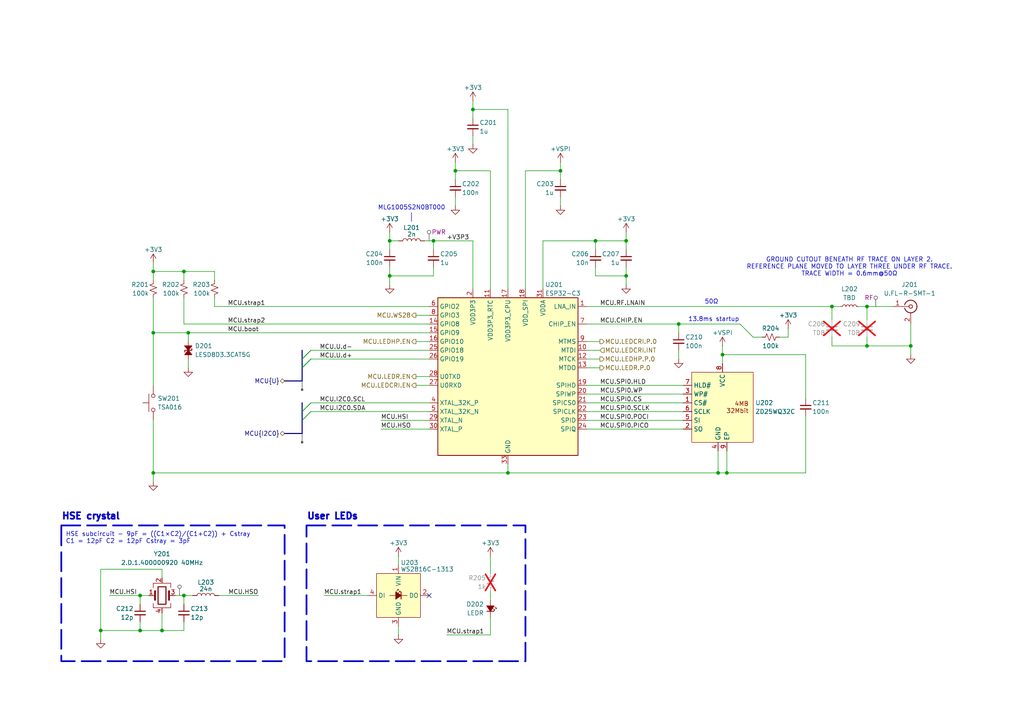
<source format=kicad_sch>
(kicad_sch (version 20250114) (generator "eeschema") (generator_version "9.0")
  (paper "A4")
  (title_block (title "Growlight controller, MCU") (rev "0.1") (comment 1 "RC circuit on EN pin to delay startup") (comment 2 "RF line matched to 50Ω"))
  (lib_symbols
    (symbol "Connector:Conn_Coaxial" (pin_names (offset 1.016) (hide yes))
      (property "Reference" "J" (at 0.254 3.048 0))
      (property "Value" "Conn_Coaxial" (at 2.921 0 90))
      (symbol "Conn_Coaxial_0_1"
        (polyline (pts (xy -2.54 0) (xy -0.508 0)))
        (arc (start 1.778 0) (mid 0.222 -1.8079) (end -1.778 -0.508) (stroke (width 0.254)))
        (arc (start -1.778 0.508) (mid 0.2221 1.8084) (end 1.778 0) (stroke (width 0.254)))
        (circle (center 0 0) (radius 0.508) (stroke (width 0.2032)))
        (polyline (pts (xy 0 -2.54) (xy 0 -1.778)))
      )
      (symbol "Conn_Coaxial_1_1"
        (pin passive line (at -5.08 0 0) (length 2.54) (name "In") (number "1"))
        (pin passive line (at 0 -5.08 90) (length 2.54) (name "Ext") (number "2"))
      )
    )
    (symbol "Device:C_Small" (pin_numbers (hide yes)) (pin_names (offset 0.254) (hide yes))
      (property "Reference" "C" (at 0.254 1.778 0))
      (property "Value" "C_Small" (at 0.254 -2.032 0))
      (symbol "C_Small_0_1"
        (polyline (pts (xy -1.524 0.508) (xy 1.524 0.508)) (stroke (width 0.3048)))
        (polyline (pts (xy -1.524 -0.508) (xy 1.524 -0.508)) (stroke (width 0.3302)))
      )
      (symbol "C_Small_1_1"
        (pin passive line (at 0 2.54 270) (length 2.032) (name "~") (number "1"))
        (pin passive line (at 0 -2.54 90) (length 2.032) (name "~") (number "2"))
      )
    )
    (symbol "Device:Crystal_GND24" (pin_names (offset 1.016) (hide yes))
      (property "Reference" "Y" (at 3.175 5.08 0))
      (property "Value" "Crystal_GND24" (at 3.175 3.175 0))
      (symbol "Crystal_GND24_0_1"
        (polyline (pts (xy -2.54 2.286) (xy -2.54 3.556) (xy 2.54 3.556) (xy 2.54 2.286)))
        (polyline (pts (xy -2.54 0) (xy -2.032 0)))
        (polyline (pts (xy -2.54 -2.286) (xy -2.54 -3.556) (xy 2.54 -3.556) (xy 2.54 -2.286)))
        (polyline (pts (xy -2.032 -1.27) (xy -2.032 1.27)) (stroke (width 0.508)))
        (rectangle (start -1.143 2.54) (end 1.143 -2.54) (stroke (width 0.3048)))
        (polyline (pts (xy 0 3.556) (xy 0 3.81)))
        (polyline (pts (xy 0 -3.81) (xy 0 -3.556)))
        (polyline (pts (xy 2.032 0) (xy 2.54 0)))
        (polyline (pts (xy 2.032 -1.27) (xy 2.032 1.27)) (stroke (width 0.508)))
      )
      (symbol "Crystal_GND24_1_1"
        (pin passive line (at -3.81 0 0) (length 1.27) (name "1") (number "1"))
        (pin passive line (at 0 5.08 270) (length 1.27) (name "2") (number "2"))
        (pin passive line (at 0 -5.08 90) (length 1.27) (name "4") (number "4"))
        (pin passive line (at 3.81 0 180) (length 1.27) (name "3") (number "3"))
      )
    )
    (symbol "Device:L" (pin_numbers (hide yes)) (pin_names (offset 1.016) (hide yes))
      (property "Reference" "L" (at -1.27 0 90))
      (property "Value" "L" (at 1.905 0 90))
      (symbol "L_0_1"
        (arc (start 0 2.54) (mid 0.6323 1.905) (end 0 1.27))
        (arc (start 0 1.27) (mid 0.6323 0.635) (end 0 0))
        (arc (start 0 0) (mid 0.6323 -0.635) (end 0 -1.27))
        (arc (start 0 -1.27) (mid 0.6323 -1.905) (end 0 -2.54))
      )
      (symbol "L_1_1"
        (pin passive line (at 0 3.81 270) (length 1.27) (name "1") (number "1"))
        (pin passive line (at 0 -3.81 90) (length 1.27) (name "2") (number "2"))
      )
    )
    (symbol "Device:L_Small" (pin_numbers (hide yes)) (pin_names (offset 0.254) (hide yes))
      (property "Reference" "L" (at 0.762 1.016 0))
      (property "Value" "L_Small" (at 0.762 -1.016 0))
      (symbol "L_Small_0_1"
        (arc (start 0 2.032) (mid 0.5058 1.524) (end 0 1.016))
        (arc (start 0 1.016) (mid 0.5058 0.508) (end 0 0))
        (arc (start 0 0) (mid 0.5058 -0.508) (end 0 -1.016))
        (arc (start 0 -1.016) (mid 0.5058 -1.524) (end 0 -2.032))
      )
      (symbol "L_Small_1_1"
        (pin passive line (at 0 2.54 270) (length 0.508) (name "~") (number "1"))
        (pin passive line (at 0 -2.54 90) (length 0.508) (name "~") (number "2"))
      )
    )
    (symbol "Device:R_Small_US" (pin_numbers (hide yes)) (pin_names (offset 0.254) (hide yes))
      (property "Reference" "R" (at 0.762 0.508 0))
      (property "Value" "R_Small_US" (at 0.762 -1.016 0))
      (symbol "R_Small_US_1_1"
        (polyline (pts (xy 0 1.524) (xy 1.016 1.143) (xy 0 0.762) (xy -1.016 0.381) (xy 0 0)))
        (polyline (pts (xy 0 0) (xy 1.016 -0.381) (xy 0 -0.762) (xy -1.016 -1.143) (xy 0 -1.524)))
        (pin passive line (at 0 2.54 270) (length 1.016) (name "~") (number "1"))
        (pin passive line (at 0 -2.54 90) (length 1.016) (name "~") (number "2"))
      )
    )
    (symbol "MCU_Espressif:ESP32-C3"
      (property "Reference" "U" (at -17.272 23.876 0))
      (property "Value" "ESP32-C3" (at 16.256 23.876 0))
      (symbol "ESP32-C3_1_1"
        (rectangle (start -20.32 22.86) (end 20.32 -22.86) (stroke (width 0.254)) (fill (type background)))
        (pin bidirectional line (at -22.86 20.32 0) (length 2.54) (name "GPIO2") (number "6"))
        (pin bidirectional line (at -22.86 17.78 0) (length 2.54) (name "GPIO3") (number "8"))
        (pin bidirectional line (at -22.86 15.24 0) (length 2.54) (name "GPIO8") (number "14"))
        (pin bidirectional line (at -22.86 12.7 0) (length 2.54) (name "GPIO9") (number "15"))
        (pin bidirectional line (at -22.86 10.16 0) (length 2.54) (name "GPIO10") (number "16"))
        (pin bidirectional line (at -22.86 7.62 0) (length 2.54) (name "GPIO18") (number "25"))
        (pin bidirectional line (at -22.86 5.08 0) (length 2.54) (name "GPIO19") (number "26"))
        (pin bidirectional line (at -22.86 0 0) (length 2.54) (name "U0TXD") (number "28"))
        (pin bidirectional line (at -22.86 -2.54 0) (length 2.54) (name "U0RXD") (number "27"))
        (pin bidirectional line (at -22.86 -7.62 0) (length 2.54) (name "XTAL_32K_P") (number "4"))
        (pin bidirectional line (at -22.86 -10.16 0) (length 2.54) (name "XTAL_32K_N") (number "5"))
        (pin bidirectional line (at -22.86 -12.7 0) (length 2.54) (name "XTAL_N") (number "29"))
        (pin bidirectional line (at -22.86 -15.24 0) (length 2.54) (name "XTAL_P") (number "30"))
        (pin power_in line (at -10.16 25.4 270) (length 2.54) (name "VDD3P3") (number "2"))
        (pin passive line (at -10.16 25.4 270) (length 2.54) (hide yes) (name "VDD3P3") (number "3"))
        (pin power_in line (at -5.08 25.4 270) (length 2.54) (name "VDD3P3_RTC") (number "11"))
        (pin power_in line (at 0 25.4 270) (length 2.54) (name "VDD3P3_CPU") (number "17"))
        (pin power_in line (at 0 -25.4 90) (length 2.54) (name "GND") (number "33"))
        (pin power_out line (at 5.08 25.4 270) (length 2.54) (name "VDD_SPI") (number "18"))
        (pin power_in line (at 10.16 25.4 270) (length 2.54) (name "VDDA") (number "31"))
        (pin passive line (at 10.16 25.4 270) (length 2.54) (hide yes) (name "VDDA") (number "32"))
        (pin bidirectional line (at 22.86 20.32 180) (length 2.54) (name "LNA_IN") (number "1"))
        (pin bidirectional line (at 22.86 15.24 180) (length 2.54) (name "CHIP_EN") (number "7"))
        (pin bidirectional line (at 22.86 10.16 180) (length 2.54) (name "MTMS") (number "9"))
        (pin bidirectional line (at 22.86 7.62 180) (length 2.54) (name "MTDI") (number "10"))
        (pin bidirectional line (at 22.86 5.08 180) (length 2.54) (name "MTCK") (number "12"))
        (pin bidirectional line (at 22.86 2.54 180) (length 2.54) (name "MTDO") (number "13"))
        (pin bidirectional line (at 22.86 -2.54 180) (length 2.54) (name "SPIHD") (number "19"))
        (pin bidirectional line (at 22.86 -5.08 180) (length 2.54) (name "SPIWP") (number "20"))
        (pin bidirectional line (at 22.86 -7.62 180) (length 2.54) (name "SPICS0") (number "21"))
        (pin bidirectional line (at 22.86 -10.16 180) (length 2.54) (name "SPICLK") (number "22"))
        (pin bidirectional line (at 22.86 -12.7 180) (length 2.54) (name "SPID") (number "23"))
        (pin bidirectional line (at 22.86 -15.24 180) (length 2.54) (name "SPIQ") (number "24"))
      )
    )
    (symbol "NOR Flash:ZD25Q32C 4MB"
      (property "Reference" "U" (at 0.635 13.335 0))
      (property "Value" "ZD25Q32C" (at 0.635 11.43 0))
      (symbol "ZD25Q32C 4MB_0_0"
        (pin input line (at -11.43 1.27 0) (length 2.54) (name "CS#") (number "1"))
        (pin input line (at -11.43 -1.27 0) (length 2.54) (name "SCLK") (number "6"))
        (pin power_in line (at -1.27 -12.7 90) (length 2.54) (name "GND") (number "4"))
        (pin power_in line (at 0 12.7 270) (length 2.54) (name "VCC") (number "8"))
      )
      (symbol "ZD25Q32C 4MB_1_0"
        (pin input line (at -11.43 6.35 0) (length 2.54) (name "HLD#") (number "7"))
        (pin input line (at -11.43 3.81 0) (length 2.54) (name "WP#") (number "3"))
        (pin input line (at -11.43 -3.81 0) (length 2.54) (name "SI") (number "5"))
        (pin output line (at -11.43 -6.35 0) (length 2.54) (name "SO") (number "2"))
        (pin power_in line (at 1.27 -12.7 90) (length 2.54) (name "EP") (number "9"))
      )
      (symbol "ZD25Q32C 4MB_1_1"
        (rectangle (start -8.89 10.16) (end 8.89 -10.16) (fill (type background)))
        (text "4MB\n32Mbit" (at 7.62 0 0) (effects (font (size 1.27 1.27)) (justify right)))
      )
    )
    (symbol "SMD LED:NCD0402R1" (pin_numbers (hide yes)) (pin_names (hide yes))
      (property "Reference" "D" (at 0 5.08 0))
      (property "Value" "LEDR" (at 0 3.175 0))
      (symbol "NCD0402R1_0_1"
        (polyline (pts (xy -0.762 -1.016) (xy -0.762 1.016)) (stroke (width 0.254)))
        (polyline (pts (xy 0 0.762) (xy -0.508 1.27) (xy -0.254 1.27) (xy -0.508 1.27) (xy -0.508 1.016)))
        (polyline (pts (xy 0.508 1.27) (xy 0 1.778) (xy 0.254 1.778) (xy 0 1.778) (xy 0 1.524)))
        (polyline (pts (xy 0.762 -1.016) (xy -0.762 0) (xy 0.762 1.016) (xy 0.762 -1.016)) (stroke (width 0.254)) (fill (type outline)))
        (polyline (pts (xy 1.016 0) (xy -0.762 0)))
      )
      (symbol "NCD0402R1_1_1"
        (pin passive line (at -2.54 0 0) (length 1.778) (name "K") (number "1"))
        (pin passive line (at 2.54 0 180) (length 1.778) (name "A") (number "2"))
      )
    )
    (symbol "Switch:SW_Push" (pin_numbers (hide yes)) (pin_names (offset 1.016) (hide yes))
      (property "Reference" "SW" (at 1.27 2.54 0))
      (property "Value" "SW_Push" (at 0 -1.524 0))
      (symbol "SW_Push_0_1"
        (circle (center -2.032 0) (radius 0.508))
        (polyline (pts (xy 0 1.27) (xy 0 3.048)))
        (circle (center 2.032 0) (radius 0.508))
        (polyline (pts (xy 2.54 1.27) (xy -2.54 1.27)))
        (pin passive line (at -5.08 0 0) (length 2.54) (name "1") (number "1"))
        (pin passive line (at 5.08 0 180) (length 2.54) (name "2") (number "2"))
      )
    )
    (symbol "TVS diodes bidirectional:LESD8D3.3CAT5G" (pin_numbers (hide yes)) (pin_names (hide yes))
      (property "Reference" "D" (at 0 5.08 0))
      (property "Value" "LESD8D3.3CAT5G" (at 0 2.54 0))
      (symbol "LESD8D3.3CAT5G_0_1"
        (polyline (pts (xy -1.27 0) (xy 1.27 0)))
        (polyline (pts (xy 0.508 1.016) (xy 0 1.016) (xy 0 -1.016) (xy -0.508 -1.016)) (stroke (width 0.254)))
      )
      (symbol "LESD8D3.3CAT5G_1_1"
        (polyline (pts (xy -1.27 1.016) (xy -1.27 -1.016) (xy 0 0) (xy -1.27 1.016)) (stroke (width 0.254)) (fill (type outline)))
        (polyline (pts (xy 0 0) (xy 1.27 1.016) (xy 1.27 -1.016) (xy 0 0)) (stroke (width 0.254)) (fill (type outline)))
        (pin passive line (at -2.54 0 0) (length 1.27) (name "A1") (number "1"))
        (pin passive line (at 2.54 0 180) (length 1.27) (name "A2") (number "2"))
      )
    )
    (symbol "WS2816C:WS2816C-1313 4P"
      (property "Reference" "U" (at 0.635 9.525 0))
      (property "Value" "WS2816C-1313" (at 0.635 7.62 0))
      (symbol "WS2816C-1313 4P_0_1"
        (polyline (pts (xy -0.762 -1.016) (xy 0.762 0) (xy -0.762 1.016) (xy -0.762 -1.016)) (stroke (width 0.254)) (fill (type outline)))
        (polyline (pts (xy -0.508 1.27) (xy 0 1.778) (xy -0.254 1.778) (xy 0 1.778) (xy 0 1.524)))
        (polyline (pts (xy 0 0.762) (xy 0.508 1.27) (xy 0.254 1.27) (xy 0.508 1.27) (xy 0.508 1.016)))
        (polyline (pts (xy 0.762 -1.016) (xy 0.762 1.016)) (stroke (width 0.254)))
        (polyline (pts (xy 2.54 0) (xy -2.54 0)))
      )
      (symbol "WS2816C-1313 4P_1_0"
        (pin input line (at -8.89 0 0) (length 2.54) (name "DI") (number "4"))
        (pin power_in line (at 0 8.89 270) (length 2.54) (name "VIN") (number "1"))
        (pin power_in line (at 0 -8.89 90) (length 2.54) (name "GND") (number "3"))
        (pin output line (at 8.89 0 180) (length 2.54) (name "DO") (number "2"))
      )
      (symbol "WS2816C-1313 4P_1_1"
        (rectangle (start -6.35 6.35) (end 6.35 -6.35) (fill (type background)))
      )
    )
    (symbol "power:+12V" (power) (pin_numbers (hide yes)) (pin_names (offset 0) (hide yes))
      (property "Value" "+12V" (at 0 3.556 0))
      (symbol "+12V_0_1"
        (polyline (pts (xy -0.762 1.27) (xy 0 2.54)))
        (polyline (pts (xy 0 2.54) (xy 0.762 1.27)))
        (polyline (pts (xy 0 0) (xy 0 2.54)))
      )
      (symbol "+12V_1_1"
        (pin power_in line (at 0 0 90) (length 0) (name "~") (number "1"))
      )
    )
    (symbol "power:+3V3" (power) (pin_numbers (hide yes)) (pin_names (offset 0) (hide yes))
      (property "Value" "+3V3" (at 0 3.556 0))
      (symbol "+3V3_0_1"
        (polyline (pts (xy -0.762 1.27) (xy 0 2.54)))
        (polyline (pts (xy 0 2.54) (xy 0.762 1.27)))
        (polyline (pts (xy 0 0) (xy 0 2.54)))
      )
      (symbol "+3V3_1_1"
        (pin power_in line (at 0 0 90) (length 0) (name "~") (number "1"))
      )
    )
    (symbol "power:GND" (power) (pin_numbers (hide yes)) (pin_names (offset 0) (hide yes))
      (property "Value" "GND" (at 0 -3.81 0))
      (symbol "GND_0_1"
        (polyline (pts (xy 0 0) (xy 0 -1.27) (xy 1.27 -1.27) (xy 0 -2.54) (xy -1.27 -1.27) (xy 0 -1.27)))
      )
      (symbol "GND_1_1"
        (pin power_in line (at 0 0 270) (length 0) (name "~") (number "1"))
      )
    )
  )
  (rectangle (start 17.78 152.4) (end 82.55 191.77) (stroke (width 0.5) (type dash)))
  (rectangle (start 88.9 152.4) (end 152.4 191.77) (stroke (width 0.5) (type dash)))
  (text "50Ω" (at 206.375 87.63 0) (effects (font (size 1.27 1.27))))
  (text "HSE subcircuit - 9pF = ((C1×C2)/(C1+C2)) + Cstray\nC1 = 12pF C2 = 12pF Cstray = 3pF" (at 19.05 154.305 0) (effects (font (size 1.27 1.27)) (justify left top)))
  (text "MLG1005S2N0BT000" (at 119.38 60.325 0) (effects (font (size 1.27 1.27))))
  (text "User LEDs" (at 88.9 149.86 0) (effects (font (size 1.905 1.905) (thickness 0.508) (bold yes)) (justify left)))
  (text "13.8ms startup" (at 207.01 92.71 0) (effects (font (size 1.27 1.27))))
  (text "GROUND CUTOUT BENEATH RF TRACE ON LAYER 2.\nREFERENCE PLANE MOVED TO LAYER THREE UNDER RF TRACE.\nTRACE WIDTH = 0.6mm@50Ω" (at 246.38 77.47 0) (effects (font (size 1.27 1.27))))
  (text "HSE crystal" (at 17.78 149.86 0) (effects (font (size 1.905 1.905) (thickness 0.508) (bold yes)) (justify left)))
  (junction (at 210.82 137.16))
  (junction (at 113.03 69.85))
  (junction (at 181.61 80.01))
  (junction (at 29.21 182.88))
  (junction (at 44.45 78.74))
  (junction (at 125.73 69.85))
  (junction (at 241.3 88.9))
  (junction (at 162.56 49.53))
  (junction (at 113.03 80.01))
  (junction (at 54.61 96.52))
  (junction (at 44.45 137.16))
  (junction (at 181.61 69.85))
  (junction (at 46.99 182.88))
  (junction (at 53.34 78.74))
  (junction (at 196.85 93.98))
  (junction (at 147.32 137.16))
  (junction (at 137.16 31.75))
  (junction (at 264.16 100.33))
  (junction (at 208.28 137.16))
  (junction (at 44.45 96.52))
  (junction (at 40.64 182.88))
  (junction (at 251.46 88.9))
  (junction (at 53.34 172.72))
  (junction (at 40.64 172.72))
  (junction (at 172.72 69.85))
  (junction (at 132.08 49.53))
  (junction (at 209.55 102.87))
  (junction (at 251.46 100.33))
  (no_connect (at 124.46 172.72))
  (bus_entry (at 87.63 106.68) (size 2.54 -2.54))
  (bus_entry (at 87.63 121.92) (size 2.54 -2.54))
  (bus_entry (at 87.63 104.14) (size 2.54 -2.54))
  (bus_entry (at 87.63 106.68) (size 2.54 -2.54))
  (bus_entry (at 87.63 106.68) (size 2.54 -2.54))
  (bus_entry (at 87.63 121.92) (size 2.54 -2.54))
  (bus_entry (at 87.63 104.14) (size 2.54 -2.54))
  (bus_entry (at 87.63 104.14) (size 2.54 -2.54))
  (bus_entry (at 87.63 119.38) (size 2.54 -2.54))
  (bus_entry (at 87.63 119.38) (size 2.54 -2.54))
  (wire (pts (xy 44.45 78.74) (xy 53.34 78.74)))
  (wire (pts (xy 251.46 88.9) (xy 259.08 88.9)))
  (wire (pts (xy 170.18 121.92) (xy 198.12 121.92)))
  (wire (pts (xy 170.18 114.3) (xy 198.12 114.3)))
  (wire (pts (xy 172.72 69.85) (xy 181.61 69.85)))
  (wire (pts (xy 248.92 88.9) (xy 251.46 88.9)))
  (wire (pts (xy 53.34 78.74) (xy 62.23 78.74)))
  (wire (pts (xy 147.32 137.16) (xy 208.28 137.16)))
  (wire (pts (xy 142.24 171.45) (xy 142.24 173.99)))
  (wire (pts (xy 251.46 88.9) (xy 251.46 92.71)))
  (wire (pts (xy 44.45 81.28) (xy 44.45 78.74)))
  (wire (pts (xy 226.06 97.79) (xy 228.6 97.79)))
  (wire (pts (xy 113.03 69.85) (xy 115.57 69.85)))
  (wire (pts (xy 142.24 49.53) (xy 142.24 83.82)))
  (wire (pts (xy 137.16 69.85) (xy 137.16 83.82)))
  (wire (pts (xy 142.24 161.29) (xy 142.24 166.37)))
  (wire (pts (xy 54.61 96.52) (xy 54.61 99.06)))
  (wire (pts (xy 233.68 115.57) (xy 233.68 102.87)))
  (wire (pts (xy 44.45 137.16) (xy 44.45 139.7)))
  (wire (pts (xy 172.72 77.47) (xy 172.72 80.01)))
  (wire (pts (xy 63.5 172.72) (xy 74.93 172.72)))
  (wire (pts (xy 209.55 100.33) (xy 209.55 102.87)))
  (wire (pts (xy 137.16 39.37) (xy 137.16 41.91)))
  (wire (pts (xy 54.61 96.52) (xy 124.46 96.52)))
  (wire (pts (xy 264.16 93.98) (xy 264.16 100.33)))
  (wire (pts (xy 40.64 182.88) (xy 46.99 182.88)))
  (wire (pts (xy 142.24 49.53) (xy 132.08 49.53)))
  (bus (pts (xy 87.63 110.49) (xy 87.63 106.68)))
  (wire (pts (xy 181.61 67.31) (xy 181.61 69.85)))
  (wire (pts (xy 44.45 86.36) (xy 44.45 96.52)))
  (wire (pts (xy 137.16 29.21) (xy 137.16 31.75)))
  (wire (pts (xy 170.18 101.6) (xy 173.99 101.6)))
  (wire (pts (xy 90.17 116.84) (xy 124.46 116.84)))
  (wire (pts (xy 251.46 100.33) (xy 264.16 100.33)))
  (wire (pts (xy 181.61 80.01) (xy 181.61 82.55)))
  (wire (pts (xy 62.23 88.9) (xy 62.23 86.36)))
  (wire (pts (xy 210.82 137.16) (xy 233.68 137.16)))
  (wire (pts (xy 44.45 96.52) (xy 54.61 96.52)))
  (wire (pts (xy 132.08 46.99) (xy 132.08 49.53)))
  (wire (pts (xy 125.73 69.85) (xy 125.73 72.39)))
  (bus (pts (xy 82.55 110.49) (xy 87.63 110.49)))
  (wire (pts (xy 40.64 180.34) (xy 40.64 182.88)))
  (wire (pts (xy 233.68 120.65) (xy 233.68 137.16)))
  (wire (pts (xy 40.64 172.72) (xy 43.18 172.72)))
  (wire (pts (xy 181.61 77.47) (xy 181.61 80.01)))
  (bus (pts (xy 82.55 125.73) (xy 87.63 125.73)))
  (wire (pts (xy 162.56 52.07) (xy 162.56 49.53)))
  (wire (pts (xy 132.08 49.53) (xy 132.08 52.07)))
  (wire (pts (xy 62.23 88.9) (xy 124.46 88.9)))
  (wire (pts (xy 170.18 104.14) (xy 173.99 104.14)))
  (wire (pts (xy 120.65 111.76) (xy 124.46 111.76)))
  (wire (pts (xy 157.48 69.85) (xy 172.72 69.85)))
  (wire (pts (xy 123.19 69.85) (xy 125.73 69.85)))
  (wire (pts (xy 44.45 76.2) (xy 44.45 78.74)))
  (wire (pts (xy 241.3 97.79) (xy 241.3 100.33)))
  (wire (pts (xy 162.56 46.99) (xy 162.56 49.53)))
  (bus (pts (xy 87.63 104.14) (xy 87.63 106.68)))
  (wire (pts (xy 113.03 67.31) (xy 113.03 69.85)))
  (wire (pts (xy 170.18 88.9) (xy 241.3 88.9)))
  (wire (pts (xy 53.34 180.34) (xy 53.34 182.88)))
  (wire (pts (xy 53.34 172.72) (xy 53.34 175.26)))
  (wire (pts (xy 218.44 97.79) (xy 220.98 97.79)))
  (wire (pts (xy 157.48 69.85) (xy 157.48 83.82)))
  (wire (pts (xy 113.03 80.01) (xy 125.73 80.01)))
  (wire (pts (xy 125.73 77.47) (xy 125.73 80.01)))
  (wire (pts (xy 44.45 137.16) (xy 147.32 137.16)))
  (wire (pts (xy 147.32 134.62) (xy 147.32 137.16)))
  (bus (pts (xy 87.63 125.73) (xy 87.63 121.92)))
  (wire (pts (xy 115.57 181.61) (xy 115.57 184.15)))
  (bus (pts (xy 87.63 119.38) (xy 87.63 121.92)))
  (wire (pts (xy 113.03 82.55) (xy 113.03 80.01)))
  (wire (pts (xy 90.17 119.38) (xy 124.46 119.38)))
  (wire (pts (xy 172.72 80.01) (xy 181.61 80.01)))
  (wire (pts (xy 129.54 184.15) (xy 142.24 184.15)))
  (wire (pts (xy 147.32 31.75) (xy 147.32 83.82)))
  (wire (pts (xy 53.34 172.72) (xy 55.88 172.72)))
  (wire (pts (xy 241.3 100.33) (xy 251.46 100.33)))
  (wire (pts (xy 53.34 78.74) (xy 53.34 81.28)))
  (wire (pts (xy 54.61 104.14) (xy 54.61 106.68)))
  (wire (pts (xy 170.18 116.84) (xy 198.12 116.84)))
  (wire (pts (xy 31.75 172.72) (xy 40.64 172.72)))
  (wire (pts (xy 29.21 165.1) (xy 46.99 165.1)))
  (wire (pts (xy 214.63 93.98) (xy 218.44 97.79)))
  (wire (pts (xy 53.34 93.98) (xy 124.46 93.98)))
  (wire (pts (xy 53.34 86.36) (xy 53.34 93.98)))
  (wire (pts (xy 170.18 106.68) (xy 173.99 106.68)))
  (bus (pts (xy 87.63 116.84) (xy 87.63 119.38)))
  (wire (pts (xy 120.65 91.44) (xy 124.46 91.44)))
  (wire (pts (xy 46.99 165.1) (xy 46.99 167.64)))
  (wire (pts (xy 196.85 101.6) (xy 196.85 104.14)))
  (wire (pts (xy 170.18 93.98) (xy 196.85 93.98)))
  (wire (pts (xy 125.73 69.85) (xy 137.16 69.85)))
  (wire (pts (xy 90.17 104.14) (xy 124.46 104.14)))
  (wire (pts (xy 44.45 121.92) (xy 44.45 137.16)))
  (wire (pts (xy 241.3 88.9) (xy 241.3 92.71)))
  (wire (pts (xy 210.82 137.16) (xy 208.28 137.16)))
  (wire (pts (xy 120.65 99.06) (xy 124.46 99.06)))
  (wire (pts (xy 137.16 34.29) (xy 137.16 31.75)))
  (wire (pts (xy 251.46 97.79) (xy 251.46 100.33)))
  (wire (pts (xy 110.49 121.92) (xy 124.46 121.92)))
  (wire (pts (xy 152.4 49.53) (xy 152.4 83.82)))
  (wire (pts (xy 29.21 165.1) (xy 29.21 182.88)))
  (wire (pts (xy 196.85 93.98) (xy 214.63 93.98)))
  (wire (pts (xy 162.56 49.53) (xy 152.4 49.53)))
  (wire (pts (xy 210.82 130.81) (xy 210.82 137.16)))
  (wire (pts (xy 44.45 96.52) (xy 44.45 111.76)))
  (wire (pts (xy 113.03 77.47) (xy 113.03 80.01)))
  (wire (pts (xy 233.68 102.87) (xy 209.55 102.87)))
  (wire (pts (xy 170.18 124.46) (xy 198.12 124.46)))
  (wire (pts (xy 120.65 109.22) (xy 124.46 109.22)))
  (wire (pts (xy 29.21 182.88) (xy 29.21 185.42)))
  (polyline (pts (xy 119.3449 61.6706) (xy 119.3449 64.2106)))
  (wire (pts (xy 172.72 69.85) (xy 172.72 72.39)))
  (wire (pts (xy 241.3 88.9) (xy 243.84 88.9)))
  (wire (pts (xy 170.18 111.76) (xy 198.12 111.76)))
  (wire (pts (xy 170.18 99.06) (xy 173.99 99.06)))
  (wire (pts (xy 113.03 72.39) (xy 113.03 69.85)))
  (wire (pts (xy 110.49 124.46) (xy 124.46 124.46)))
  (wire (pts (xy 162.56 57.15) (xy 162.56 59.69)))
  (wire (pts (xy 40.64 172.72) (xy 40.64 175.26)))
  (wire (pts (xy 209.55 102.87) (xy 209.55 105.41)))
  (wire (pts (xy 137.16 31.75) (xy 147.32 31.75)))
  (wire (pts (xy 264.16 100.33) (xy 264.16 102.87)))
  (wire (pts (xy 93.98 172.72) (xy 106.68 172.72)))
  (wire (pts (xy 228.6 95.25) (xy 228.6 97.79)))
  (wire (pts (xy 132.08 57.15) (xy 132.08 59.69)))
  (wire (pts (xy 46.99 177.8) (xy 46.99 182.88)))
  (bus (pts (xy 87.63 101.6) (xy 87.63 104.14)))
  (wire (pts (xy 50.8 172.72) (xy 53.34 172.72)))
  (wire (pts (xy 196.85 93.98) (xy 196.85 96.52)))
  (wire (pts (xy 142.24 179.07) (xy 142.24 184.15)))
  (wire (pts (xy 170.18 119.38) (xy 198.12 119.38)))
  (wire (pts (xy 62.23 78.74) (xy 62.23 81.28)))
  (wire (pts (xy 115.57 161.29) (xy 115.57 163.83)))
  (wire (pts (xy 181.61 69.85) (xy 181.61 72.39)))
  (wire (pts (xy 29.21 182.88) (xy 40.64 182.88)))
  (wire (pts (xy 208.28 130.81) (xy 208.28 137.16)))
  (wire (pts (xy 53.34 182.88) (xy 46.99 182.88)))
  (wire (pts (xy 90.17 101.6) (xy 124.46 101.6)))
  (label "+V3P3" (at 129.54 69.85 0))
  (label "MCU.HSO" (at 74.93 172.72 180))
  (label "MCU.I2C0.SDA" (at 92.71 119.38 0))
  (label "MCU.HSI" (at 31.75 172.72 0))
  (label "MCU.HSI" (at 110.49 121.92 0))
  (label "MCU.strap1" (at 129.54 184.15 0))
  (label "MCU.SPI0.SCLK" (at 173.99 119.38 0))
  (label "MCU.SPI0.POCI" (at 173.99 121.92 0))
  (label "MCU.SPI0.WP" (at 173.99 114.3 0))
  (label "MCU.U.d+" (at 92.71 104.14 0))
  (label "MCU.HSO" (at 110.49 124.46 0))
  (label "MCU.strap2" (at 66.04 93.98 0))
  (label "MCU.I2C0.SCL" (at 92.71 116.84 0))
  (label "MCU.CHIP.EN" (at 173.99 93.98 0))
  (label "MCU.SPI0.HLD" (at 173.99 111.76 0))
  (label "MCU.SPI0.PICO" (at 173.99 124.46 0))
  (label "MCU.U.d-" (at 92.71 101.6 0))
  (label "MCU.strap1" (at 93.98 172.72 0))
  (label "MCU.SPI0.CS" (at 173.99 116.84 0))
  (label "MCU.RF.LNAIN" (at 173.99 88.9 0))
  (label "MCU.boot" (at 66.04 96.52 0))
  (label "MCU.strap1" (at 66.04 88.9 0))
  (hierarchical_label "MCU.LEDHP.P.0" (shape output) (at 173.99 104.14 0))
  (hierarchical_label "MCU.LEDCRI.P.0" (shape output) (at 173.99 99.06 0))
  (hierarchical_label "MCU.LEDCRI.EN" (shape output) (at 120.65 111.76 180))
  (hierarchical_label "MCU.LEDR.P.0" (shape output) (at 173.99 106.68 0))
  (hierarchical_label "MCU.LEDCRI.INT" (shape input) (at 173.99 101.6 0))
  (hierarchical_label "MCU{I2C0}" (shape bidirectional) (at 82.55 125.73 180))
  (hierarchical_label "MCU.LEDHP.EN" (shape output) (at 120.65 99.06 180))
  (hierarchical_label "MCU{U}" (shape bidirectional) (at 82.55 110.49 180))
  (hierarchical_label "MCU.WS28" (shape output) (at 120.65 91.44 180))
  (hierarchical_label "MCU.LEDR.EN" (shape output) (at 120.65 109.22 180))
  (netclass_flag "" (length 2.54) (shape dot) (at 87.63 110.49 180) (property "Netclass" "USB" (effects (hide yes))))
  (netclass_flag "" (length 2.54) (shape dot) (at 87.63 125.73 180) (property "Netclass" "I2C" (effects (hide yes))))
  (netclass_flag "" (length 2.54) (shape round) (at 52.07 172.72 0) (property "Netclass" "HSOSC" (effects (hide yes))))
  (netclass_flag "" (length 2.54) (shape round) (at 254 88.9 0) (property "Netclass" "RF" (at 253.3015 86.36 0) (effects (justify right))))
  (netclass_flag "" (length 2.54) (shape round) (at 124.46 69.85 0) (property "Netclass" "PWR" (at 125.1585 67.31 0) (effects (justify left))))
  (symbol (lib_id "Connector:Conn_Coaxial") (at 264.16 88.9 0) (unit 1)
    (property "Reference" "J201" (at 263.8426 82.55 0))
    (property "Value" "U.FL-R-SMT-1" (at 263.8426 85.09 0))
    (property "Footprint" "RF connectors:U.FL-R-1" (effects (hide yes)))
    (property "Description" "coaxial connector (BNC, SMA, SMB, SMC, Cinch/RCA, LEMO, ...)" (effects (hide yes)))
  )
  (symbol (lib_id "Device:L") (at 59.69 172.72 90) (unit 1)
    (property "Reference" "L203" (at 59.69 168.91 90))
    (property "Value" "24n" (at 59.69 170.815 90))
    (property "Footprint" "Perfect passives:L 0402 (1005 Metric)" (effects (hide yes)))
    (property "Description" "Inductor" (effects (hide yes)))
  )
  (symbol (lib_id "power:GND") (at 29.21 185.42 0) (unit 1)
    (property "Reference" "#PWR0218" (effects (hide yes)))
    (property "Value" "GND" (effects (hide yes)))
    (property "Description" "Power symbol creates a global label with name \"GND\" , ground" (effects (hide yes)))
  )
  (symbol (lib_id "Device:R_Small_US") (at 142.24 168.91 0) (mirror x) (unit 1) (dnp yes)
    (property "Reference" "R205" (at 140.97 167.64 0) (effects (justify right)))
    (property "Value" "1k" (at 140.97 170.18 0) (effects (justify right)))
    (property "Footprint" "Perfect passives:R 0402 (1005 Metric)" (effects (hide yes)))
    (property "Description" "Resistor, small US symbol" (effects (hide yes)))
  )
  (symbol (lib_id "power:GND") (at 181.61 82.55 0) (unit 1)
    (property "Reference" "#PWR0211" (effects (hide yes)))
    (property "Value" "GND" (effects (hide yes)))
    (property "Description" "Power symbol creates a global label with name \"GND\" , ground" (effects (hide yes)))
  )
  (symbol (lib_id "NOR Flash:ZD25Q32C 4MB") (at 209.55 118.11 0) (unit 1)
    (property "Reference" "U202" (at 219.075 116.84 0) (effects (justify left)))
    (property "Value" "ZD25WQ32C" (at 219.075 119.38 0) (effects (justify left)))
    (property "Footprint" "SON-xx:USON-8 (2x3) P0.5" (effects (hide yes)))
    (property "Description" "4MB NOR SPI (1x-4x) flash. 100k R/W cyles. 20 year data retention. Max data rate = 416Mbit/S. Max read = 104MHz. Vin = 1v65-3v6." (effects (hide yes)))
  )
  (symbol (lib_id "power:GND") (at 264.16 102.87 0) (unit 1)
    (property "Reference" "#PWR0214" (effects (hide yes)))
    (property "Value" "GND" (effects (hide yes)))
    (property "Description" "Power symbol creates a global label with name \"GND\" , ground" (effects (hide yes)))
  )
  (symbol (lib_id "Device:L") (at 119.38 69.85 90) (unit 1)
    (property "Reference" "L201" (at 119.38 66.04 90))
    (property "Value" "2n" (at 119.38 67.945 90))
    (property "Footprint" "Perfect passives:L 0402 (1005 Metric)" (effects (hide yes)))
    (property "Description" "Inductor" (effects (hide yes)))
  )
  (symbol (lib_id "Device:Crystal_GND24") (at 46.99 172.72 0) (unit 1)
    (property "Reference" "Y201" (at 46.99 160.655 0))
    (property "Value" "2.D.1.400000920 40MHz" (at 46.99 163.195 0))
    (property "Footprint" "Crystals SMD:SMD-2016-4P" (effects (hide yes)))
    (property "Description" "Four pin crystal, GND on pins 2 and 4" (effects (hide yes)))
  )
  (symbol (lib_id "power:GND") (at 115.57 184.15 0) (unit 1)
    (property "Reference" "#PWR0220" (effects (hide yes)))
    (property "Value" "GND" (effects (hide yes)))
    (property "Description" "Power symbol creates a global label with name \"GND\" , ground" (effects (hide yes)))
  )
  (symbol (lib_id "Device:R_Small_US") (at 53.34 83.82 0) (mirror x) (unit 1)
    (property "Reference" "R202" (at 52.07 82.55 0) (effects (justify right)))
    (property "Value" "100k" (at 52.07 85.09 0) (effects (justify right)))
    (property "Footprint" "Perfect passives:R 0402 (1005 Metric)" (effects (hide yes)))
    (property "Description" "Resistor, small US symbol" (effects (hide yes)))
  )
  (symbol (lib_id "Device:R_Small_US") (at 223.52 97.79 90) (unit 1)
    (property "Reference" "R204" (at 223.52 95.25 90))
    (property "Value" "100k" (at 223.52 100.33 90))
    (property "Footprint" "Perfect passives:R 0402 (1005 Metric)" (effects (hide yes)))
    (property "Description" "Resistor, small US symbol" (effects (hide yes)))
  )
  (symbol (lib_id "power:+12V") (at 228.6 95.25 0) (unit 1)
    (property "Reference" "#PWR0212" (effects (hide yes)))
    (property "Value" "+3V3" (at 228.6 91.44 0))
    (property "Description" "Power symbol creates a global label with name \"+12V\"" (effects (hide yes)))
  )
  (symbol (lib_id "Device:C_Small") (at 113.03 74.93 0) (mirror y) (unit 1)
    (property "Reference" "C204" (at 111.125 73.66 0) (effects (justify left)))
    (property "Value" "100n" (at 111.125 76.2 0) (effects (justify left)))
    (property "Footprint" "Perfect passives:C 0402 (1005 Metric)" (effects (hide yes)))
    (property "Description" "Unpolarized capacitor, small symbol" (effects (hide yes)))
  )
  (symbol (lib_id "Device:C_Small") (at 40.64 177.8 0) (mirror y) (unit 1)
    (property "Reference" "C212" (at 38.735 176.53 0) (effects (justify left)))
    (property "Value" "12p" (at 38.735 179.07 0) (effects (justify left)))
    (property "Footprint" "Perfect passives:C 0402 (1005 Metric)" (effects (hide yes)))
    (property "Description" "Unpolarized capacitor, small symbol" (effects (hide yes)))
  )
  (symbol (lib_id "power:+12V") (at 142.24 161.29 0) (unit 1)
    (property "Reference" "#PWR0221" (effects (hide yes)))
    (property "Value" "+3V3" (at 142.24 157.48 0))
    (property "Description" "Power symbol creates a global label with name \"+12V\"" (effects (hide yes)))
  )
  (symbol (lib_id "Device:C_Small") (at 251.46 95.25 0) (mirror y) (unit 1) (dnp yes)
    (property "Reference" "C209" (at 249.555 93.98 0) (effects (justify left)))
    (property "Value" "TDB" (at 249.555 96.52 0) (effects (justify left)))
    (property "Footprint" "Perfect passives:C 0402 (1005 Metric)" (effects (hide yes)))
    (property "Description" "Unpolarized capacitor, small symbol" (effects (hide yes)))
  )
  (symbol (lib_id "Device:R_Small_US") (at 44.45 83.82 0) (mirror x) (unit 1)
    (property "Reference" "R201" (at 43.18 82.55 0) (effects (justify right)))
    (property "Value" "100k" (at 43.18 85.09 0) (effects (justify right)))
    (property "Footprint" "Perfect passives:R 0402 (1005 Metric)" (effects (hide yes)))
    (property "Description" "Resistor, small US symbol" (effects (hide yes)))
  )
  (symbol (lib_id "power:+12V") (at 137.16 29.21 0) (unit 1)
    (property "Reference" "#PWR0201" (effects (hide yes)))
    (property "Value" "+3V3" (at 137.16 25.4 0))
    (property "Description" "Power symbol creates a global label with name \"+12V\"" (effects (hide yes)))
  )
  (symbol (lib_id "Device:C_Small") (at 132.08 54.61 0) (unit 1)
    (property "Reference" "C202" (at 133.985 53.34 0) (effects (justify left)))
    (property "Value" "100n" (at 133.985 55.88 0) (effects (justify left)))
    (property "Footprint" "Perfect passives:C 0402 (1005 Metric)" (effects (hide yes)))
    (property "Description" "Unpolarized capacitor, small symbol" (effects (hide yes)))
  )
  (symbol (lib_id "Device:C_Small") (at 162.56 54.61 0) (mirror y) (unit 1)
    (property "Reference" "C203" (at 160.655 53.34 0) (effects (justify left)))
    (property "Value" "1u" (at 160.655 55.88 0) (effects (justify left)))
    (property "Footprint" "Perfect passives:C 0402 (1005 Metric)" (effects (hide yes)))
    (property "Description" "Unpolarized capacitor, small symbol" (effects (hide yes)))
  )
  (symbol (lib_id "TVS diodes bidirectional:LESD8D3.3CAT5G") (at 54.61 101.6 90) (mirror x) (unit 1)
    (property "Reference" "D201" (at 56.515 100.33 90) (effects (justify right)))
    (property "Value" "LESD8D3.3CAT5G" (at 56.515 102.87 90) (effects (justify right)))
    (property "Footprint" "DFN-x:DFN-1006-2L" (effects (hide yes)))
    (property "Description" "VRWmax = 3.3V. VBR ≥ 5V. Ppp = 60W, 8/20µs. Vclamp = 7V@1A, 8/20µs" (effects (hide yes)))
  )
  (symbol (lib_id "power:GND") (at 132.08 59.69 0) (mirror y) (unit 1)
    (property "Reference" "#PWR0205" (effects (hide yes)))
    (property "Value" "GND" (effects (hide yes)))
    (property "Description" "Power symbol creates a global label with name \"GND\" , ground" (effects (hide yes)))
  )
  (symbol (lib_id "power:+12V") (at 44.45 76.2 0) (unit 1)
    (property "Reference" "#PWR0209" (effects (hide yes)))
    (property "Value" "+3V3" (at 44.45 72.39 0))
    (property "Description" "Power symbol creates a global label with name \"+12V\"" (effects (hide yes)))
  )
  (symbol (lib_id "power:+3V3") (at 162.56 46.99 0) (unit 1)
    (property "Reference" "#PWR0204" (effects (hide yes)))
    (property "Value" "+VSPI" (at 162.56 43.18 0))
    (property "Description" "Power symbol creates a global label with name \"+3V3\"" (effects (hide yes)))
  )
  (symbol (lib_id "MCU_Espressif:ESP32-C3") (at 147.32 109.22 0) (unit 1)
    (property "Reference" "U201" (at 158.115 82.55 0) (effects (justify left)))
    (property "Value" "ESP32-C3" (at 158.115 85.09 0) (effects (justify left)))
    (property "Footprint" "QFN-x generic:QFN-32 (5x5) P0.5 ESP" (effects (hide yes)))
    (property "Datasheet" "https://www.espressif.com/sites/default/files/documentation/esp32-c3_datasheet_en.pdf" (effects (hide yes)))
    (property "Description" "RF Module, ESP32 SoC, RISC-V, WiFi 802.11b/n/g, Bluetooth LE 5, QFN32" (effects (hide yes)))
  )
  (symbol (lib_id "power:+12V") (at 132.08 46.99 0) (unit 1)
    (property "Reference" "#PWR0203" (effects (hide yes)))
    (property "Value" "+3V3" (at 132.08 43.18 0))
    (property "Description" "Power symbol creates a global label with name \"+12V\"" (effects (hide yes)))
  )
  (symbol (lib_id "Device:C_Small") (at 53.34 177.8 0) (unit 1)
    (property "Reference" "C213" (at 55.245 176.53 0) (effects (justify left)))
    (property "Value" "12p" (at 55.245 179.07 0) (effects (justify left)))
    (property "Footprint" "Perfect passives:C 0402 (1005 Metric)" (effects (hide yes)))
    (property "Description" "Unpolarized capacitor, small symbol" (effects (hide yes)))
  )
  (symbol (lib_id "power:GND") (at 137.16 41.91 0) (mirror y) (unit 1)
    (property "Reference" "#PWR0202" (effects (hide yes)))
    (property "Value" "GND" (effects (hide yes)))
    (property "Description" "Power symbol creates a global label with name \"GND\" , ground" (effects (hide yes)))
  )
  (symbol (lib_id "Switch:SW_Push") (at 44.45 116.84 90) (unit 1)
    (property "Reference" "SW201" (at 45.72 115.5699 90) (effects (justify right)))
    (property "Value" "TSA016" (at 45.72 118.1099 90) (effects (justify right)))
    (property "Footprint" "Buttons SMD:TSA016" (effects (hide yes)))
    (property "Description" "Push button switch, generic, two pins" (effects (hide yes)))
  )
  (symbol (lib_id "power:GND") (at 196.85 104.14 0) (unit 1)
    (property "Reference" "#PWR0215" (effects (hide yes)))
    (property "Value" "GND" (effects (hide yes)))
    (property "Description" "Power symbol creates a global label with name \"GND\" , ground" (effects (hide yes)))
  )
  (symbol (lib_id "power:GND") (at 113.03 82.55 0) (mirror y) (unit 1)
    (property "Reference" "#PWR0210" (effects (hide yes)))
    (property "Value" "GND" (effects (hide yes)))
    (property "Description" "Power symbol creates a global label with name \"GND\" , ground" (effects (hide yes)))
  )
  (symbol (lib_id "WS2816C:WS2816C-1313 4P") (at 115.57 172.72 0) (unit 1)
    (property "Reference" "U203" (at 116.205 163.195 0) (effects (justify left)))
    (property "Value" "WS2816C-1313" (at 116.205 165.1 0) (effects (justify left)))
    (property "Footprint" "LED SMD:WS2816C-1313 4P" (effects (hide yes)))
    (property "Description" "1.3x1.3mm WS2816C RGB LED. Vin = 3.3-5.5V. DiHI ≥ 0.7×Vin." (effects (hide yes)))
  )
  (symbol (lib_id "power:+12V") (at 115.57 161.29 0) (unit 1)
    (property "Reference" "#PWR0219" (effects (hide yes)))
    (property "Value" "+3V3" (at 115.57 157.48 0))
    (property "Description" "Power symbol creates a global label with name \"+12V\"" (effects (hide yes)))
  )
  (symbol (lib_id "Device:C_Small") (at 233.68 118.11 0) (unit 1)
    (property "Reference" "C211" (at 235.585 116.84 0) (effects (justify left)))
    (property "Value" "100n" (at 235.585 119.38 0) (effects (justify left)))
    (property "Footprint" "Perfect passives:C 0402 (1005 Metric)" (effects (hide yes)))
    (property "Description" "Unpolarized capacitor, small symbol" (effects (hide yes)))
  )
  (symbol (lib_id "SMD LED:NCD0402R1") (at 142.24 176.53 270) (mirror x) (unit 1)
    (property "Reference" "D202" (at 140.335 175.26 90) (effects (justify right)))
    (property "Value" "LEDR" (at 140.335 177.8 90) (effects (justify right)))
    (property "Footprint" "LED SMD:LED-0402-R" (effects (hide yes)))
    (property "Description" "Red 0402 LED with K mark. λp = 630nm. Vfwd ≥ 1.6V, Vftyp = 1.8V. IFnom = 25mA, IFmax = 50mA." (effects (hide yes)))
  )
  (symbol (lib_id "Device:C_Small") (at 241.3 95.25 0) (mirror y) (unit 1) (dnp yes)
    (property "Reference" "C208" (at 239.395 93.98 0) (effects (justify left)))
    (property "Value" "TDB" (at 239.395 96.52 0) (effects (justify left)))
    (property "Footprint" "Perfect passives:C 0402 (1005 Metric)" (effects (hide yes)))
    (property "Description" "Unpolarized capacitor, small symbol" (effects (hide yes)))
  )
  (symbol (lib_id "power:+3V3") (at 209.55 100.33 0) (unit 1)
    (property "Reference" "#PWR0213" (effects (hide yes)))
    (property "Value" "+VSPI" (at 209.55 96.52 0))
    (property "Description" "Power symbol creates a global label with name \"+3V3\"" (effects (hide yes)))
  )
  (symbol (lib_id "Device:C_Small") (at 137.16 36.83 0) (unit 1)
    (property "Reference" "C201" (at 139.065 35.56 0) (effects (justify left)))
    (property "Value" "1u" (at 139.065 38.1 0) (effects (justify left)))
    (property "Footprint" "Perfect passives:C 0402 (1005 Metric)" (effects (hide yes)))
    (property "Description" "Unpolarized capacitor, small symbol" (effects (hide yes)))
  )
  (symbol (lib_id "power:GND") (at 162.56 59.69 0) (unit 1)
    (property "Reference" "#PWR0206" (effects (hide yes)))
    (property "Value" "GND" (effects (hide yes)))
    (property "Description" "Power symbol creates a global label with name \"GND\" , ground" (effects (hide yes)))
  )
  (symbol (lib_id "power:+12V") (at 181.61 67.31 0) (unit 1)
    (property "Reference" "#PWR0208" (effects (hide yes)))
    (property "Value" "+3V3" (at 181.61 63.5 0))
    (property "Description" "Power symbol creates a global label with name \"+12V\"" (effects (hide yes)))
  )
  (symbol (lib_id "power:GND") (at 54.61 106.68 0) (unit 1)
    (property "Reference" "#PWR0216" (effects (hide yes)))
    (property "Value" "GND" (effects (hide yes)))
    (property "Description" "Power symbol creates a global label with name \"GND\" , ground" (effects (hide yes)))
  )
  (symbol (lib_id "Device:R_Small_US") (at 62.23 83.82 0) (mirror x) (unit 1)
    (property "Reference" "R203" (at 60.96 82.55 0) (effects (justify right)))
    (property "Value" "100k" (at 60.96 85.09 0) (effects (justify right)))
    (property "Footprint" "Perfect passives:R 0402 (1005 Metric)" (effects (hide yes)))
    (property "Description" "Resistor, small US symbol" (effects (hide yes)))
  )
  (symbol (lib_id "Device:C_Small") (at 196.85 99.06 0) (unit 1)
    (property "Reference" "C210" (at 198.755 97.79 0) (effects (justify left)))
    (property "Value" "100n" (at 198.755 100.33 0) (effects (justify left)))
    (property "Footprint" "Perfect passives:C 0402 (1005 Metric)" (effects (hide yes)))
    (property "Description" "Unpolarized capacitor, small symbol" (effects (hide yes)))
  )
  (symbol (lib_id "Device:C_Small") (at 125.73 74.93 0) (unit 1)
    (property "Reference" "C205" (at 127.635 73.66 0) (effects (justify left)))
    (property "Value" "1u" (at 127.635 76.2 0) (effects (justify left)))
    (property "Footprint" "Perfect passives:C 0402 (1005 Metric)" (effects (hide yes)))
    (property "Description" "Unpolarized capacitor, small symbol" (effects (hide yes)))
  )
  (symbol (lib_id "power:GND") (at 44.45 139.7 0) (unit 1)
    (property "Reference" "#PWR0217" (effects (hide yes)))
    (property "Value" "GND" (effects (hide yes)))
    (property "Description" "Power symbol creates a global label with name \"GND\" , ground" (effects (hide yes)))
  )
  (symbol (lib_id "Device:L_Small") (at 246.38 88.9 90) (unit 1)
    (property "Reference" "L202" (at 246.38 83.82 90))
    (property "Value" "TBD" (at 246.38 86.36 90))
    (property "Footprint" "Perfect passives:L 0402 (1005 Metric)" (effects (hide yes)))
    (property "Description" "Inductor, small symbol" (effects (hide yes)))
  )
  (symbol (lib_id "Device:C_Small") (at 181.61 74.93 0) (mirror y) (unit 1)
    (property "Reference" "C207" (at 179.705 73.66 0) (effects (justify left)))
    (property "Value" "1u" (at 179.705 76.2 0) (effects (justify left)))
    (property "Footprint" "Perfect passives:C 0402 (1005 Metric)" (effects (hide yes)))
    (property "Description" "Unpolarized capacitor, small symbol" (effects (hide yes)))
  )
  (symbol (lib_id "Device:C_Small") (at 172.72 74.93 0) (mirror y) (unit 1)
    (property "Reference" "C206" (at 170.815 73.66 0) (effects (justify left)))
    (property "Value" "10n" (at 170.815 76.2 0) (effects (justify left)))
    (property "Footprint" "Perfect passives:C 0402 (1005 Metric)" (effects (hide yes)))
    (property "Description" "Unpolarized capacitor, small symbol" (effects (hide yes)))
  )
  (symbol (lib_id "power:+12V") (at 113.03 67.31 0) (unit 1)
    (property "Reference" "#PWR0207" (effects (hide yes)))
    (property "Value" "+3V3" (at 113.03 63.5 0))
    (property "Description" "Power symbol creates a global label with name \"+12V\"" (effects (hide yes)))
  )
)
</source>
